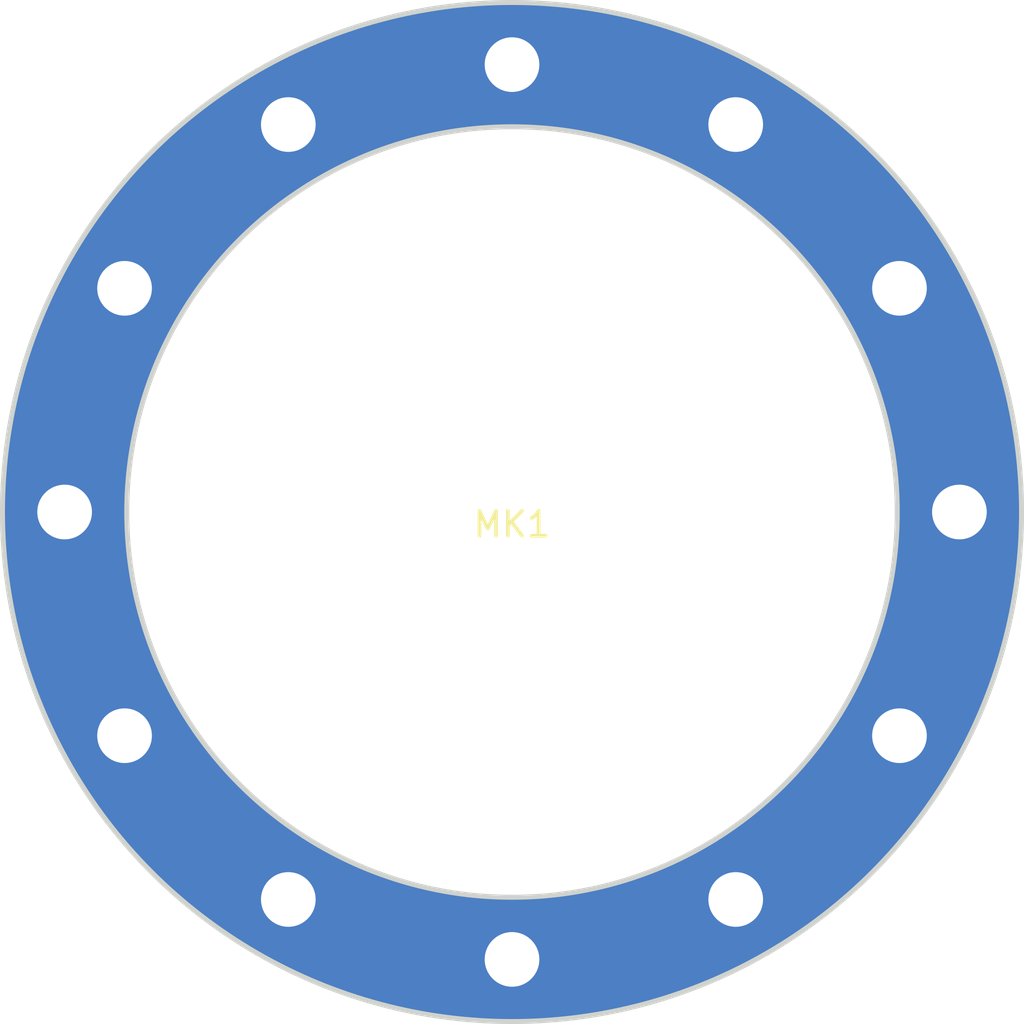
<source format=kicad_pcb>
(kicad_pcb (version 20171130) (host pcbnew "(5.0-dev-4115-gdd04bcb)")

  (general
    (thickness 1.6)
    (drawings 2)
    (tracks 0)
    (zones 0)
    (modules 1)
    (nets 2)
  )

  (page A4)
  (title_block
    (title "PCB Condenser Microphone Clamp")
    (date 2018-03-13)
    (rev 1)
  )

  (layers
    (0 F.Cu signal)
    (31 B.Cu signal)
    (32 B.Adhes user)
    (33 F.Adhes user)
    (34 B.Paste user)
    (35 F.Paste user)
    (36 B.SilkS user)
    (37 F.SilkS user)
    (38 B.Mask user)
    (39 F.Mask user)
    (40 Dwgs.User user)
    (41 Cmts.User user)
    (42 Eco1.User user)
    (43 Eco2.User user)
    (44 Edge.Cuts user)
    (45 Margin user)
    (46 B.CrtYd user)
    (47 F.CrtYd user)
    (48 B.Fab user)
    (49 F.Fab user)
  )

  (setup
    (last_trace_width 0.25)
    (trace_clearance 0.2)
    (zone_clearance 0.508)
    (zone_45_only no)
    (trace_min 0.2)
    (segment_width 0.2)
    (edge_width 0.15)
    (via_size 0.8)
    (via_drill 0.4)
    (via_min_size 0.4)
    (via_min_drill 0.3)
    (uvia_size 0.3)
    (uvia_drill 0.1)
    (uvias_allowed no)
    (uvia_min_size 0.2)
    (uvia_min_drill 0.1)
    (pcb_text_width 0.3)
    (pcb_text_size 1.5 1.5)
    (mod_edge_width 0.15)
    (mod_text_size 1 1)
    (mod_text_width 0.15)
    (pad_size 1.524 1.524)
    (pad_drill 0.762)
    (pad_to_mask_clearance 0.2)
    (aux_axis_origin 0 0)
    (visible_elements FFFFFF7F)
    (pcbplotparams
      (layerselection 0x010fc_ffffffff)
      (usegerberextensions false)
      (usegerberattributes false)
      (usegerberadvancedattributes false)
      (creategerberjobfile false)
      (excludeedgelayer true)
      (linewidth 0.100000)
      (plotframeref false)
      (viasonmask false)
      (mode 1)
      (useauxorigin false)
      (hpglpennumber 1)
      (hpglpenspeed 20)
      (hpglpendiameter 15)
      (psnegative false)
      (psa4output false)
      (plotreference true)
      (plotvalue true)
      (plotinvisibletext false)
      (padsonsilk false)
      (subtractmaskfromsilk false)
      (outputformat 1)
      (mirror false)
      (drillshape 0)
      (scaleselection 1)
      (outputdirectory ../Clamp-Gerber/))
  )

  (net 0 "")
  (net 1 "Net-(MK1-Pad2)")

  (net_class Default "This is the default net class."
    (clearance 0.2)
    (trace_width 0.25)
    (via_dia 0.8)
    (via_drill 0.4)
    (uvia_dia 0.3)
    (uvia_drill 0.1)
    (add_net "Net-(MK1-Pad2)")
  )

  (module PCB-Condenser-Microphone-Clamp:Condenser-Microphone-Clamp-30mm (layer F.Cu) (tedit 5AA49DB9) (tstamp 5AA49E82)
    (at 177.5 101)
    (path /5AA49771)
    (fp_text reference MK1 (at 0 0.5) (layer F.SilkS)
      (effects (font (size 1 1) (thickness 0.15)))
    )
    (fp_text value Microphone_Condenser (at 0 -0.5) (layer F.Fab)
      (effects (font (size 1 1) (thickness 0.15)))
    )
    (pad 2 thru_hole custom (at 18 0) (size 3 3) (drill 2.2) (layers *.Cu *.Mask)
      (net 1 "Net-(MK1-Pad2)") (zone_connect 0)
      (options (clearance outline) (anchor circle))
      (primitives
        (gr_circle (center -18 0) (end 0 0) (width 5))
      ))
    (pad 2 thru_hole circle (at 15.588457 -9 30) (size 3 3) (drill 2.2) (layers *.Cu *.Mask)
      (net 1 "Net-(MK1-Pad2)"))
    (pad 2 thru_hole circle (at 9 -15.588457 60) (size 3 3) (drill 2.2) (layers *.Cu *.Mask)
      (net 1 "Net-(MK1-Pad2)"))
    (pad 2 thru_hole circle (at 0 -18 90) (size 3 3) (drill 2.2) (layers *.Cu *.Mask)
      (net 1 "Net-(MK1-Pad2)"))
    (pad 2 thru_hole circle (at -9 -15.588457 120) (size 3 3) (drill 2.2) (layers *.Cu *.Mask)
      (net 1 "Net-(MK1-Pad2)"))
    (pad 2 thru_hole circle (at -15.588457 -9 150) (size 3 3) (drill 2.2) (layers *.Cu *.Mask)
      (net 1 "Net-(MK1-Pad2)"))
    (pad 2 thru_hole circle (at -18 0 180) (size 3 3) (drill 2.2) (layers *.Cu *.Mask)
      (net 1 "Net-(MK1-Pad2)"))
    (pad 2 thru_hole circle (at -15.588457 9 210) (size 3 3) (drill 2.2) (layers *.Cu *.Mask)
      (net 1 "Net-(MK1-Pad2)"))
    (pad 2 thru_hole circle (at -9 15.588457 240) (size 3 3) (drill 2.2) (layers *.Cu *.Mask)
      (net 1 "Net-(MK1-Pad2)"))
    (pad 2 thru_hole circle (at 0 18 270) (size 3 3) (drill 2.2) (layers *.Cu *.Mask)
      (net 1 "Net-(MK1-Pad2)"))
    (pad 2 thru_hole circle (at 9 15.588457 300) (size 3 3) (drill 2.2) (layers *.Cu *.Mask)
      (net 1 "Net-(MK1-Pad2)"))
    (pad 2 thru_hole circle (at 15.588457 9 330) (size 3 3) (drill 2.2) (layers *.Cu *.Mask)
      (net 1 "Net-(MK1-Pad2)"))
  )

  (gr_circle (center 177.5 101) (end 198 101) (layer Edge.Cuts) (width 0.2))
  (gr_circle (center 177.5 101) (end 193 101) (layer Edge.Cuts) (width 0.2))

)

</source>
